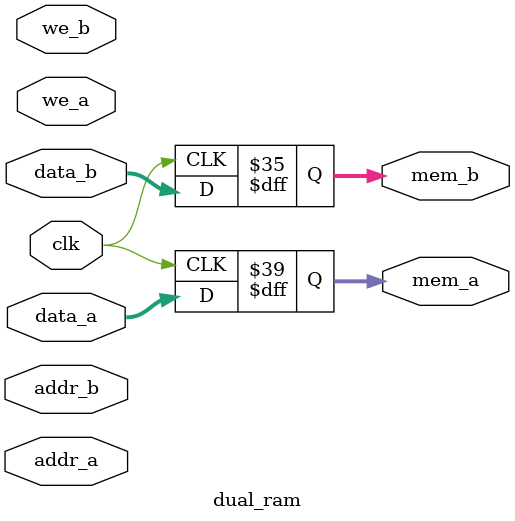
<source format=v>
module dual_ram #(
    parameter addr_width = 32,
    data_width = 32
)(
    input clk,

    //uart port (port a)
    input we_a,
    input [addr_width-1:0] addr_a,
    input [data_width-1:0] data_a,
    output reg [data_width-1:0] mem_a,

    //cnn port (port b)
    input we_b,
    input [addr_width-1:0] addr_b,
    input [data_width-1:0] data_b,
    output reg [data_width-1:0] mem_b
);

reg [data_width-1:0] mem [0:addr_width -1];

always @ (posedge clk)begin
  if (we_a)begin
    mem[addr_a] <= data_a;
  end
  mem_a <= data_a;
end

always @ (posedge clk) begin
  if (we_b)begin
    mem[addr_b] <= data_b;
  end
  mem_b <= data_b;
end

endmodule

</source>
